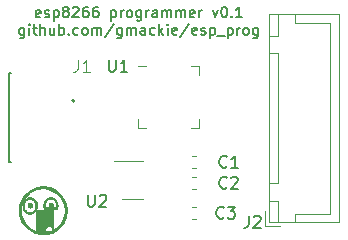
<source format=gbr>
%TF.GenerationSoftware,KiCad,Pcbnew,(5.1.9)-1*%
%TF.CreationDate,2021-04-24T14:26:43-04:00*%
%TF.ProjectId,esp_prog,6573705f-7072-46f6-972e-6b696361645f,rev?*%
%TF.SameCoordinates,Original*%
%TF.FileFunction,Legend,Top*%
%TF.FilePolarity,Positive*%
%FSLAX46Y46*%
G04 Gerber Fmt 4.6, Leading zero omitted, Abs format (unit mm)*
G04 Created by KiCad (PCBNEW (5.1.9)-1) date 2021-04-24 14:26:43*
%MOMM*%
%LPD*%
G01*
G04 APERTURE LIST*
%ADD10C,0.150000*%
%ADD11C,0.010000*%
%ADD12C,0.120000*%
%ADD13C,0.127000*%
%ADD14C,0.200000*%
%ADD15C,0.015000*%
G04 APERTURE END LIST*
D10*
X122703166Y-79628083D02*
X122618500Y-79670416D01*
X122449166Y-79670416D01*
X122364500Y-79628083D01*
X122322166Y-79543416D01*
X122322166Y-79204750D01*
X122364500Y-79120083D01*
X122449166Y-79077750D01*
X122618500Y-79077750D01*
X122703166Y-79120083D01*
X122745500Y-79204750D01*
X122745500Y-79289416D01*
X122322166Y-79374083D01*
X123084166Y-79628083D02*
X123168833Y-79670416D01*
X123338166Y-79670416D01*
X123422833Y-79628083D01*
X123465166Y-79543416D01*
X123465166Y-79501083D01*
X123422833Y-79416416D01*
X123338166Y-79374083D01*
X123211166Y-79374083D01*
X123126500Y-79331750D01*
X123084166Y-79247083D01*
X123084166Y-79204750D01*
X123126500Y-79120083D01*
X123211166Y-79077750D01*
X123338166Y-79077750D01*
X123422833Y-79120083D01*
X123846166Y-79077750D02*
X123846166Y-79966750D01*
X123846166Y-79120083D02*
X123930833Y-79077750D01*
X124100166Y-79077750D01*
X124184833Y-79120083D01*
X124227166Y-79162416D01*
X124269500Y-79247083D01*
X124269500Y-79501083D01*
X124227166Y-79585750D01*
X124184833Y-79628083D01*
X124100166Y-79670416D01*
X123930833Y-79670416D01*
X123846166Y-79628083D01*
X124777500Y-79162416D02*
X124692833Y-79120083D01*
X124650500Y-79077750D01*
X124608166Y-78993083D01*
X124608166Y-78950750D01*
X124650500Y-78866083D01*
X124692833Y-78823750D01*
X124777500Y-78781416D01*
X124946833Y-78781416D01*
X125031500Y-78823750D01*
X125073833Y-78866083D01*
X125116166Y-78950750D01*
X125116166Y-78993083D01*
X125073833Y-79077750D01*
X125031500Y-79120083D01*
X124946833Y-79162416D01*
X124777500Y-79162416D01*
X124692833Y-79204750D01*
X124650500Y-79247083D01*
X124608166Y-79331750D01*
X124608166Y-79501083D01*
X124650500Y-79585750D01*
X124692833Y-79628083D01*
X124777500Y-79670416D01*
X124946833Y-79670416D01*
X125031500Y-79628083D01*
X125073833Y-79585750D01*
X125116166Y-79501083D01*
X125116166Y-79331750D01*
X125073833Y-79247083D01*
X125031500Y-79204750D01*
X124946833Y-79162416D01*
X125454833Y-78866083D02*
X125497166Y-78823750D01*
X125581833Y-78781416D01*
X125793500Y-78781416D01*
X125878166Y-78823750D01*
X125920500Y-78866083D01*
X125962833Y-78950750D01*
X125962833Y-79035416D01*
X125920500Y-79162416D01*
X125412500Y-79670416D01*
X125962833Y-79670416D01*
X126724833Y-78781416D02*
X126555500Y-78781416D01*
X126470833Y-78823750D01*
X126428500Y-78866083D01*
X126343833Y-78993083D01*
X126301500Y-79162416D01*
X126301500Y-79501083D01*
X126343833Y-79585750D01*
X126386166Y-79628083D01*
X126470833Y-79670416D01*
X126640166Y-79670416D01*
X126724833Y-79628083D01*
X126767166Y-79585750D01*
X126809500Y-79501083D01*
X126809500Y-79289416D01*
X126767166Y-79204750D01*
X126724833Y-79162416D01*
X126640166Y-79120083D01*
X126470833Y-79120083D01*
X126386166Y-79162416D01*
X126343833Y-79204750D01*
X126301500Y-79289416D01*
X127571500Y-78781416D02*
X127402166Y-78781416D01*
X127317500Y-78823750D01*
X127275166Y-78866083D01*
X127190500Y-78993083D01*
X127148166Y-79162416D01*
X127148166Y-79501083D01*
X127190500Y-79585750D01*
X127232833Y-79628083D01*
X127317500Y-79670416D01*
X127486833Y-79670416D01*
X127571500Y-79628083D01*
X127613833Y-79585750D01*
X127656166Y-79501083D01*
X127656166Y-79289416D01*
X127613833Y-79204750D01*
X127571500Y-79162416D01*
X127486833Y-79120083D01*
X127317500Y-79120083D01*
X127232833Y-79162416D01*
X127190500Y-79204750D01*
X127148166Y-79289416D01*
X128714500Y-79077750D02*
X128714500Y-79966750D01*
X128714500Y-79120083D02*
X128799166Y-79077750D01*
X128968500Y-79077750D01*
X129053166Y-79120083D01*
X129095500Y-79162416D01*
X129137833Y-79247083D01*
X129137833Y-79501083D01*
X129095500Y-79585750D01*
X129053166Y-79628083D01*
X128968500Y-79670416D01*
X128799166Y-79670416D01*
X128714500Y-79628083D01*
X129518833Y-79670416D02*
X129518833Y-79077750D01*
X129518833Y-79247083D02*
X129561166Y-79162416D01*
X129603500Y-79120083D01*
X129688166Y-79077750D01*
X129772833Y-79077750D01*
X130196166Y-79670416D02*
X130111500Y-79628083D01*
X130069166Y-79585750D01*
X130026833Y-79501083D01*
X130026833Y-79247083D01*
X130069166Y-79162416D01*
X130111500Y-79120083D01*
X130196166Y-79077750D01*
X130323166Y-79077750D01*
X130407833Y-79120083D01*
X130450166Y-79162416D01*
X130492500Y-79247083D01*
X130492500Y-79501083D01*
X130450166Y-79585750D01*
X130407833Y-79628083D01*
X130323166Y-79670416D01*
X130196166Y-79670416D01*
X131254500Y-79077750D02*
X131254500Y-79797416D01*
X131212166Y-79882083D01*
X131169833Y-79924416D01*
X131085166Y-79966750D01*
X130958166Y-79966750D01*
X130873500Y-79924416D01*
X131254500Y-79628083D02*
X131169833Y-79670416D01*
X131000500Y-79670416D01*
X130915833Y-79628083D01*
X130873500Y-79585750D01*
X130831166Y-79501083D01*
X130831166Y-79247083D01*
X130873500Y-79162416D01*
X130915833Y-79120083D01*
X131000500Y-79077750D01*
X131169833Y-79077750D01*
X131254500Y-79120083D01*
X131677833Y-79670416D02*
X131677833Y-79077750D01*
X131677833Y-79247083D02*
X131720166Y-79162416D01*
X131762500Y-79120083D01*
X131847166Y-79077750D01*
X131931833Y-79077750D01*
X132609166Y-79670416D02*
X132609166Y-79204750D01*
X132566833Y-79120083D01*
X132482166Y-79077750D01*
X132312833Y-79077750D01*
X132228166Y-79120083D01*
X132609166Y-79628083D02*
X132524500Y-79670416D01*
X132312833Y-79670416D01*
X132228166Y-79628083D01*
X132185833Y-79543416D01*
X132185833Y-79458750D01*
X132228166Y-79374083D01*
X132312833Y-79331750D01*
X132524500Y-79331750D01*
X132609166Y-79289416D01*
X133032500Y-79670416D02*
X133032500Y-79077750D01*
X133032500Y-79162416D02*
X133074833Y-79120083D01*
X133159500Y-79077750D01*
X133286500Y-79077750D01*
X133371166Y-79120083D01*
X133413500Y-79204750D01*
X133413500Y-79670416D01*
X133413500Y-79204750D02*
X133455833Y-79120083D01*
X133540500Y-79077750D01*
X133667500Y-79077750D01*
X133752166Y-79120083D01*
X133794500Y-79204750D01*
X133794500Y-79670416D01*
X134217833Y-79670416D02*
X134217833Y-79077750D01*
X134217833Y-79162416D02*
X134260166Y-79120083D01*
X134344833Y-79077750D01*
X134471833Y-79077750D01*
X134556500Y-79120083D01*
X134598833Y-79204750D01*
X134598833Y-79670416D01*
X134598833Y-79204750D02*
X134641166Y-79120083D01*
X134725833Y-79077750D01*
X134852833Y-79077750D01*
X134937500Y-79120083D01*
X134979833Y-79204750D01*
X134979833Y-79670416D01*
X135741833Y-79628083D02*
X135657166Y-79670416D01*
X135487833Y-79670416D01*
X135403166Y-79628083D01*
X135360833Y-79543416D01*
X135360833Y-79204750D01*
X135403166Y-79120083D01*
X135487833Y-79077750D01*
X135657166Y-79077750D01*
X135741833Y-79120083D01*
X135784166Y-79204750D01*
X135784166Y-79289416D01*
X135360833Y-79374083D01*
X136165166Y-79670416D02*
X136165166Y-79077750D01*
X136165166Y-79247083D02*
X136207500Y-79162416D01*
X136249833Y-79120083D01*
X136334500Y-79077750D01*
X136419166Y-79077750D01*
X137308166Y-79077750D02*
X137519833Y-79670416D01*
X137731500Y-79077750D01*
X138239500Y-78781416D02*
X138324166Y-78781416D01*
X138408833Y-78823750D01*
X138451166Y-78866083D01*
X138493500Y-78950750D01*
X138535833Y-79120083D01*
X138535833Y-79331750D01*
X138493500Y-79501083D01*
X138451166Y-79585750D01*
X138408833Y-79628083D01*
X138324166Y-79670416D01*
X138239500Y-79670416D01*
X138154833Y-79628083D01*
X138112500Y-79585750D01*
X138070166Y-79501083D01*
X138027833Y-79331750D01*
X138027833Y-79120083D01*
X138070166Y-78950750D01*
X138112500Y-78866083D01*
X138154833Y-78823750D01*
X138239500Y-78781416D01*
X138916833Y-79585750D02*
X138959166Y-79628083D01*
X138916833Y-79670416D01*
X138874500Y-79628083D01*
X138916833Y-79585750D01*
X138916833Y-79670416D01*
X139805833Y-79670416D02*
X139297833Y-79670416D01*
X139551833Y-79670416D02*
X139551833Y-78781416D01*
X139467166Y-78908416D01*
X139382500Y-78993083D01*
X139297833Y-79035416D01*
X121369666Y-80561250D02*
X121369666Y-81280916D01*
X121327333Y-81365583D01*
X121285000Y-81407916D01*
X121200333Y-81450250D01*
X121073333Y-81450250D01*
X120988666Y-81407916D01*
X121369666Y-81111583D02*
X121285000Y-81153916D01*
X121115666Y-81153916D01*
X121031000Y-81111583D01*
X120988666Y-81069250D01*
X120946333Y-80984583D01*
X120946333Y-80730583D01*
X120988666Y-80645916D01*
X121031000Y-80603583D01*
X121115666Y-80561250D01*
X121285000Y-80561250D01*
X121369666Y-80603583D01*
X121793000Y-81153916D02*
X121793000Y-80561250D01*
X121793000Y-80264916D02*
X121750666Y-80307250D01*
X121793000Y-80349583D01*
X121835333Y-80307250D01*
X121793000Y-80264916D01*
X121793000Y-80349583D01*
X122089333Y-80561250D02*
X122428000Y-80561250D01*
X122216333Y-80264916D02*
X122216333Y-81026916D01*
X122258666Y-81111583D01*
X122343333Y-81153916D01*
X122428000Y-81153916D01*
X122724333Y-81153916D02*
X122724333Y-80264916D01*
X123105333Y-81153916D02*
X123105333Y-80688250D01*
X123063000Y-80603583D01*
X122978333Y-80561250D01*
X122851333Y-80561250D01*
X122766666Y-80603583D01*
X122724333Y-80645916D01*
X123909666Y-80561250D02*
X123909666Y-81153916D01*
X123528666Y-80561250D02*
X123528666Y-81026916D01*
X123571000Y-81111583D01*
X123655666Y-81153916D01*
X123782666Y-81153916D01*
X123867333Y-81111583D01*
X123909666Y-81069250D01*
X124333000Y-81153916D02*
X124333000Y-80264916D01*
X124333000Y-80603583D02*
X124417666Y-80561250D01*
X124587000Y-80561250D01*
X124671666Y-80603583D01*
X124714000Y-80645916D01*
X124756333Y-80730583D01*
X124756333Y-80984583D01*
X124714000Y-81069250D01*
X124671666Y-81111583D01*
X124587000Y-81153916D01*
X124417666Y-81153916D01*
X124333000Y-81111583D01*
X125137333Y-81069250D02*
X125179666Y-81111583D01*
X125137333Y-81153916D01*
X125095000Y-81111583D01*
X125137333Y-81069250D01*
X125137333Y-81153916D01*
X125941666Y-81111583D02*
X125857000Y-81153916D01*
X125687666Y-81153916D01*
X125603000Y-81111583D01*
X125560666Y-81069250D01*
X125518333Y-80984583D01*
X125518333Y-80730583D01*
X125560666Y-80645916D01*
X125603000Y-80603583D01*
X125687666Y-80561250D01*
X125857000Y-80561250D01*
X125941666Y-80603583D01*
X126449666Y-81153916D02*
X126365000Y-81111583D01*
X126322666Y-81069250D01*
X126280333Y-80984583D01*
X126280333Y-80730583D01*
X126322666Y-80645916D01*
X126365000Y-80603583D01*
X126449666Y-80561250D01*
X126576666Y-80561250D01*
X126661333Y-80603583D01*
X126703666Y-80645916D01*
X126746000Y-80730583D01*
X126746000Y-80984583D01*
X126703666Y-81069250D01*
X126661333Y-81111583D01*
X126576666Y-81153916D01*
X126449666Y-81153916D01*
X127127000Y-81153916D02*
X127127000Y-80561250D01*
X127127000Y-80645916D02*
X127169333Y-80603583D01*
X127254000Y-80561250D01*
X127381000Y-80561250D01*
X127465666Y-80603583D01*
X127508000Y-80688250D01*
X127508000Y-81153916D01*
X127508000Y-80688250D02*
X127550333Y-80603583D01*
X127635000Y-80561250D01*
X127762000Y-80561250D01*
X127846666Y-80603583D01*
X127889000Y-80688250D01*
X127889000Y-81153916D01*
X128947333Y-80222583D02*
X128185333Y-81365583D01*
X129624666Y-80561250D02*
X129624666Y-81280916D01*
X129582333Y-81365583D01*
X129540000Y-81407916D01*
X129455333Y-81450250D01*
X129328333Y-81450250D01*
X129243666Y-81407916D01*
X129624666Y-81111583D02*
X129540000Y-81153916D01*
X129370666Y-81153916D01*
X129286000Y-81111583D01*
X129243666Y-81069250D01*
X129201333Y-80984583D01*
X129201333Y-80730583D01*
X129243666Y-80645916D01*
X129286000Y-80603583D01*
X129370666Y-80561250D01*
X129540000Y-80561250D01*
X129624666Y-80603583D01*
X130048000Y-81153916D02*
X130048000Y-80561250D01*
X130048000Y-80645916D02*
X130090333Y-80603583D01*
X130175000Y-80561250D01*
X130302000Y-80561250D01*
X130386666Y-80603583D01*
X130429000Y-80688250D01*
X130429000Y-81153916D01*
X130429000Y-80688250D02*
X130471333Y-80603583D01*
X130556000Y-80561250D01*
X130683000Y-80561250D01*
X130767666Y-80603583D01*
X130810000Y-80688250D01*
X130810000Y-81153916D01*
X131614333Y-81153916D02*
X131614333Y-80688250D01*
X131572000Y-80603583D01*
X131487333Y-80561250D01*
X131318000Y-80561250D01*
X131233333Y-80603583D01*
X131614333Y-81111583D02*
X131529666Y-81153916D01*
X131318000Y-81153916D01*
X131233333Y-81111583D01*
X131191000Y-81026916D01*
X131191000Y-80942250D01*
X131233333Y-80857583D01*
X131318000Y-80815250D01*
X131529666Y-80815250D01*
X131614333Y-80772916D01*
X132418666Y-81111583D02*
X132334000Y-81153916D01*
X132164666Y-81153916D01*
X132080000Y-81111583D01*
X132037666Y-81069250D01*
X131995333Y-80984583D01*
X131995333Y-80730583D01*
X132037666Y-80645916D01*
X132080000Y-80603583D01*
X132164666Y-80561250D01*
X132334000Y-80561250D01*
X132418666Y-80603583D01*
X132799666Y-81153916D02*
X132799666Y-80264916D01*
X132884333Y-80815250D02*
X133138333Y-81153916D01*
X133138333Y-80561250D02*
X132799666Y-80899916D01*
X133519333Y-81153916D02*
X133519333Y-80561250D01*
X133519333Y-80264916D02*
X133477000Y-80307250D01*
X133519333Y-80349583D01*
X133561666Y-80307250D01*
X133519333Y-80264916D01*
X133519333Y-80349583D01*
X134281333Y-81111583D02*
X134196666Y-81153916D01*
X134027333Y-81153916D01*
X133942666Y-81111583D01*
X133900333Y-81026916D01*
X133900333Y-80688250D01*
X133942666Y-80603583D01*
X134027333Y-80561250D01*
X134196666Y-80561250D01*
X134281333Y-80603583D01*
X134323666Y-80688250D01*
X134323666Y-80772916D01*
X133900333Y-80857583D01*
X135339666Y-80222583D02*
X134577666Y-81365583D01*
X135974666Y-81111583D02*
X135890000Y-81153916D01*
X135720666Y-81153916D01*
X135636000Y-81111583D01*
X135593666Y-81026916D01*
X135593666Y-80688250D01*
X135636000Y-80603583D01*
X135720666Y-80561250D01*
X135890000Y-80561250D01*
X135974666Y-80603583D01*
X136017000Y-80688250D01*
X136017000Y-80772916D01*
X135593666Y-80857583D01*
X136355666Y-81111583D02*
X136440333Y-81153916D01*
X136609666Y-81153916D01*
X136694333Y-81111583D01*
X136736666Y-81026916D01*
X136736666Y-80984583D01*
X136694333Y-80899916D01*
X136609666Y-80857583D01*
X136482666Y-80857583D01*
X136398000Y-80815250D01*
X136355666Y-80730583D01*
X136355666Y-80688250D01*
X136398000Y-80603583D01*
X136482666Y-80561250D01*
X136609666Y-80561250D01*
X136694333Y-80603583D01*
X137117666Y-80561250D02*
X137117666Y-81450250D01*
X137117666Y-80603583D02*
X137202333Y-80561250D01*
X137371666Y-80561250D01*
X137456333Y-80603583D01*
X137498666Y-80645916D01*
X137541000Y-80730583D01*
X137541000Y-80984583D01*
X137498666Y-81069250D01*
X137456333Y-81111583D01*
X137371666Y-81153916D01*
X137202333Y-81153916D01*
X137117666Y-81111583D01*
X137710333Y-81238583D02*
X138387666Y-81238583D01*
X138599333Y-80561250D02*
X138599333Y-81450250D01*
X138599333Y-80603583D02*
X138684000Y-80561250D01*
X138853333Y-80561250D01*
X138938000Y-80603583D01*
X138980333Y-80645916D01*
X139022666Y-80730583D01*
X139022666Y-80984583D01*
X138980333Y-81069250D01*
X138938000Y-81111583D01*
X138853333Y-81153916D01*
X138684000Y-81153916D01*
X138599333Y-81111583D01*
X139403666Y-81153916D02*
X139403666Y-80561250D01*
X139403666Y-80730583D02*
X139446000Y-80645916D01*
X139488333Y-80603583D01*
X139573000Y-80561250D01*
X139657666Y-80561250D01*
X140081000Y-81153916D02*
X139996333Y-81111583D01*
X139954000Y-81069250D01*
X139911666Y-80984583D01*
X139911666Y-80730583D01*
X139954000Y-80645916D01*
X139996333Y-80603583D01*
X140081000Y-80561250D01*
X140208000Y-80561250D01*
X140292666Y-80603583D01*
X140335000Y-80645916D01*
X140377333Y-80730583D01*
X140377333Y-80984583D01*
X140335000Y-81069250D01*
X140292666Y-81111583D01*
X140208000Y-81153916D01*
X140081000Y-81153916D01*
X141139333Y-80561250D02*
X141139333Y-81280916D01*
X141097000Y-81365583D01*
X141054666Y-81407916D01*
X140970000Y-81450250D01*
X140843000Y-81450250D01*
X140758333Y-81407916D01*
X141139333Y-81111583D02*
X141054666Y-81153916D01*
X140885333Y-81153916D01*
X140800666Y-81111583D01*
X140758333Y-81069250D01*
X140716000Y-80984583D01*
X140716000Y-80730583D01*
X140758333Y-80645916D01*
X140800666Y-80603583D01*
X140885333Y-80561250D01*
X141054666Y-80561250D01*
X141139333Y-80603583D01*
D11*
%TO.C,G\u002A\u002A\u002A*%
G36*
X123140173Y-94000232D02*
G01*
X123333980Y-94028877D01*
X123522622Y-94075918D01*
X123704994Y-94140741D01*
X123879988Y-94222733D01*
X124046499Y-94321280D01*
X124203420Y-94435768D01*
X124349643Y-94565584D01*
X124484063Y-94710115D01*
X124605572Y-94868746D01*
X124713064Y-95040865D01*
X124753168Y-95115856D01*
X124829328Y-95286726D01*
X124889249Y-95467333D01*
X124932281Y-95654387D01*
X124957777Y-95844596D01*
X124965088Y-96034667D01*
X124959292Y-96162774D01*
X124940829Y-96328494D01*
X124912692Y-96480738D01*
X124873527Y-96624570D01*
X124821984Y-96765051D01*
X124764861Y-96890840D01*
X124697222Y-97019237D01*
X124625954Y-97135357D01*
X124546971Y-97245061D01*
X124456183Y-97354213D01*
X124395013Y-97421164D01*
X124314576Y-97500233D01*
X124222141Y-97580280D01*
X124123100Y-97657193D01*
X124022844Y-97726857D01*
X123926766Y-97785162D01*
X123896606Y-97801358D01*
X123861359Y-97820696D01*
X123841050Y-97835528D01*
X123831913Y-97849293D01*
X123830117Y-97862085D01*
X123825240Y-97888934D01*
X123809007Y-97906996D01*
X123778882Y-97917568D01*
X123732325Y-97921950D01*
X123712439Y-97922259D01*
X123656333Y-97925084D01*
X123601688Y-97934384D01*
X123538949Y-97951794D01*
X123537725Y-97952180D01*
X123378980Y-97994591D01*
X123215422Y-98022555D01*
X123102013Y-98033683D01*
X123034052Y-98038285D01*
X122978917Y-98041049D01*
X122930059Y-98041967D01*
X122880930Y-98041031D01*
X122824981Y-98038235D01*
X122755665Y-98033571D01*
X122751848Y-98033297D01*
X122586026Y-98013615D01*
X122423806Y-97978243D01*
X122262722Y-97926359D01*
X122100304Y-97857141D01*
X121997008Y-97802842D01*
X123068227Y-97802842D01*
X123077947Y-97804653D01*
X123105573Y-97806149D01*
X123148692Y-97807291D01*
X123204893Y-97808041D01*
X123271763Y-97808362D01*
X123346890Y-97808215D01*
X123390660Y-97807922D01*
X123713240Y-97805240D01*
X123716015Y-97624671D01*
X123716401Y-97564404D01*
X123715724Y-97510746D01*
X123714108Y-97467289D01*
X123711676Y-97437624D01*
X123709175Y-97426138D01*
X123695696Y-97412889D01*
X123669263Y-97394916D01*
X123635401Y-97375942D01*
X123632758Y-97374604D01*
X123553453Y-97343793D01*
X123477962Y-97332905D01*
X123406398Y-97341882D01*
X123338870Y-97370668D01*
X123275489Y-97419205D01*
X123216366Y-97487437D01*
X123161611Y-97575306D01*
X123133563Y-97631628D01*
X123113231Y-97677466D01*
X123094771Y-97722377D01*
X123079967Y-97761684D01*
X123070604Y-97790708D01*
X123068227Y-97802842D01*
X121997008Y-97802842D01*
X121934086Y-97769767D01*
X121898239Y-97748900D01*
X121735293Y-97640843D01*
X121583469Y-97516591D01*
X121443976Y-97377684D01*
X121318020Y-97225662D01*
X121206811Y-97062069D01*
X121111556Y-96888443D01*
X121033463Y-96706327D01*
X120997012Y-96599055D01*
X120965651Y-96478102D01*
X120941219Y-96344157D01*
X120924292Y-96203443D01*
X120915448Y-96062183D01*
X120915381Y-96012000D01*
X121092298Y-96012000D01*
X121092399Y-96092061D01*
X121093126Y-96155723D01*
X121094736Y-96206903D01*
X121097484Y-96249520D01*
X121101628Y-96287489D01*
X121107422Y-96324730D01*
X121115124Y-96365160D01*
X121115524Y-96367136D01*
X121164559Y-96559972D01*
X121231414Y-96743340D01*
X121315585Y-96916557D01*
X121416569Y-97078940D01*
X121533861Y-97229806D01*
X121666959Y-97368471D01*
X121815359Y-97494255D01*
X121978558Y-97606472D01*
X122067231Y-97658207D01*
X122100830Y-97675613D01*
X122142647Y-97695678D01*
X122188315Y-97716501D01*
X122233464Y-97736180D01*
X122273726Y-97752816D01*
X122304734Y-97764506D01*
X122322118Y-97769349D01*
X122322681Y-97769382D01*
X122328525Y-97760426D01*
X122332652Y-97732788D01*
X122335135Y-97685834D01*
X122335776Y-97655380D01*
X122336331Y-97625731D01*
X122337415Y-97577773D01*
X122338975Y-97513506D01*
X122340960Y-97434932D01*
X122342950Y-97358200D01*
X123311920Y-97358200D01*
X123317000Y-97363280D01*
X123322080Y-97358200D01*
X123317000Y-97353120D01*
X123311920Y-97358200D01*
X122342950Y-97358200D01*
X122343317Y-97344053D01*
X122345994Y-97242870D01*
X122348939Y-97133385D01*
X122352100Y-97017599D01*
X122355424Y-96897515D01*
X122357174Y-96834960D01*
X122360498Y-96716146D01*
X122363650Y-96602656D01*
X122366583Y-96496225D01*
X122369251Y-96398588D01*
X122371606Y-96311481D01*
X122373603Y-96236640D01*
X122375194Y-96175798D01*
X122376333Y-96130692D01*
X122376973Y-96103057D01*
X122377099Y-96095358D01*
X122386973Y-96057005D01*
X122402346Y-96036729D01*
X122427493Y-96011582D01*
X123114369Y-96014331D01*
X123249259Y-96014886D01*
X123365285Y-96015426D01*
X123463904Y-96015996D01*
X123546571Y-96016642D01*
X123614743Y-96017413D01*
X123669875Y-96018353D01*
X123713423Y-96019511D01*
X123746845Y-96020932D01*
X123771595Y-96022664D01*
X123789130Y-96024752D01*
X123800906Y-96027244D01*
X123808379Y-96030186D01*
X123813005Y-96033625D01*
X123815662Y-96036801D01*
X123818368Y-96043045D01*
X123820725Y-96054725D01*
X123822755Y-96073123D01*
X123824481Y-96099517D01*
X123825925Y-96135190D01*
X123827110Y-96181421D01*
X123828059Y-96239491D01*
X123828795Y-96310680D01*
X123829340Y-96396269D01*
X123829718Y-96497539D01*
X123829951Y-96615770D01*
X123830062Y-96752242D01*
X123830080Y-96847061D01*
X123830126Y-96995284D01*
X123830279Y-97124419D01*
X123830561Y-97235696D01*
X123830993Y-97330346D01*
X123831597Y-97409602D01*
X123832396Y-97474694D01*
X123833409Y-97526854D01*
X123834660Y-97567313D01*
X123836170Y-97597301D01*
X123837960Y-97618051D01*
X123840053Y-97630793D01*
X123842469Y-97636759D01*
X123844016Y-97637600D01*
X123864773Y-97631167D01*
X123897984Y-97613200D01*
X123940940Y-97585692D01*
X123990933Y-97550638D01*
X124045256Y-97510032D01*
X124101200Y-97465868D01*
X124156058Y-97420140D01*
X124207121Y-97374843D01*
X124230040Y-97353310D01*
X124363142Y-97211629D01*
X124479396Y-97058660D01*
X124578600Y-96894769D01*
X124660552Y-96720324D01*
X124725048Y-96535692D01*
X124762326Y-96388512D01*
X124771095Y-96346263D01*
X124777767Y-96309488D01*
X124782624Y-96274323D01*
X124785952Y-96236907D01*
X124788035Y-96193376D01*
X124789156Y-96139869D01*
X124789600Y-96072521D01*
X124789661Y-96017080D01*
X124789514Y-95938163D01*
X124788882Y-95875702D01*
X124787482Y-95825835D01*
X124785028Y-95784699D01*
X124781238Y-95748431D01*
X124775827Y-95713169D01*
X124768509Y-95675050D01*
X124762326Y-95645647D01*
X124711574Y-95455454D01*
X124643294Y-95274637D01*
X124558385Y-95104071D01*
X124457745Y-94944633D01*
X124342272Y-94797198D01*
X124212864Y-94662643D01*
X124070420Y-94541843D01*
X123915838Y-94435674D01*
X123750017Y-94345012D01*
X123573855Y-94270732D01*
X123388250Y-94213712D01*
X123266200Y-94186918D01*
X123196044Y-94177102D01*
X123111112Y-94170415D01*
X123016549Y-94166824D01*
X122917498Y-94166295D01*
X122819103Y-94168793D01*
X122726509Y-94174284D01*
X122644861Y-94182735D01*
X122591966Y-94191382D01*
X122399369Y-94240089D01*
X122216733Y-94306214D01*
X122044533Y-94389542D01*
X121883241Y-94489854D01*
X121793000Y-94557227D01*
X121644609Y-94688134D01*
X121512365Y-94831227D01*
X121396687Y-94985828D01*
X121297995Y-95151257D01*
X121216711Y-95326835D01*
X121153255Y-95511883D01*
X121120158Y-95644383D01*
X121111219Y-95687630D01*
X121104439Y-95725262D01*
X121099518Y-95761249D01*
X121096154Y-95799563D01*
X121094047Y-95844176D01*
X121092895Y-95899057D01*
X121092399Y-95968180D01*
X121092298Y-96012000D01*
X120915381Y-96012000D01*
X120915266Y-95926600D01*
X120923634Y-95808800D01*
X120955676Y-95610809D01*
X121005333Y-95418632D01*
X121071848Y-95233974D01*
X121154463Y-95058540D01*
X121252419Y-94894035D01*
X121364959Y-94742164D01*
X121431720Y-94665800D01*
X121582920Y-94516406D01*
X121742421Y-94385466D01*
X121910065Y-94273060D01*
X122085696Y-94179268D01*
X122269154Y-94104170D01*
X122460282Y-94047846D01*
X122658923Y-94010377D01*
X122741496Y-94000582D01*
X122942310Y-93990596D01*
X123140173Y-94000232D01*
G37*
X123140173Y-94000232D02*
X123333980Y-94028877D01*
X123522622Y-94075918D01*
X123704994Y-94140741D01*
X123879988Y-94222733D01*
X124046499Y-94321280D01*
X124203420Y-94435768D01*
X124349643Y-94565584D01*
X124484063Y-94710115D01*
X124605572Y-94868746D01*
X124713064Y-95040865D01*
X124753168Y-95115856D01*
X124829328Y-95286726D01*
X124889249Y-95467333D01*
X124932281Y-95654387D01*
X124957777Y-95844596D01*
X124965088Y-96034667D01*
X124959292Y-96162774D01*
X124940829Y-96328494D01*
X124912692Y-96480738D01*
X124873527Y-96624570D01*
X124821984Y-96765051D01*
X124764861Y-96890840D01*
X124697222Y-97019237D01*
X124625954Y-97135357D01*
X124546971Y-97245061D01*
X124456183Y-97354213D01*
X124395013Y-97421164D01*
X124314576Y-97500233D01*
X124222141Y-97580280D01*
X124123100Y-97657193D01*
X124022844Y-97726857D01*
X123926766Y-97785162D01*
X123896606Y-97801358D01*
X123861359Y-97820696D01*
X123841050Y-97835528D01*
X123831913Y-97849293D01*
X123830117Y-97862085D01*
X123825240Y-97888934D01*
X123809007Y-97906996D01*
X123778882Y-97917568D01*
X123732325Y-97921950D01*
X123712439Y-97922259D01*
X123656333Y-97925084D01*
X123601688Y-97934384D01*
X123538949Y-97951794D01*
X123537725Y-97952180D01*
X123378980Y-97994591D01*
X123215422Y-98022555D01*
X123102013Y-98033683D01*
X123034052Y-98038285D01*
X122978917Y-98041049D01*
X122930059Y-98041967D01*
X122880930Y-98041031D01*
X122824981Y-98038235D01*
X122755665Y-98033571D01*
X122751848Y-98033297D01*
X122586026Y-98013615D01*
X122423806Y-97978243D01*
X122262722Y-97926359D01*
X122100304Y-97857141D01*
X121997008Y-97802842D01*
X123068227Y-97802842D01*
X123077947Y-97804653D01*
X123105573Y-97806149D01*
X123148692Y-97807291D01*
X123204893Y-97808041D01*
X123271763Y-97808362D01*
X123346890Y-97808215D01*
X123390660Y-97807922D01*
X123713240Y-97805240D01*
X123716015Y-97624671D01*
X123716401Y-97564404D01*
X123715724Y-97510746D01*
X123714108Y-97467289D01*
X123711676Y-97437624D01*
X123709175Y-97426138D01*
X123695696Y-97412889D01*
X123669263Y-97394916D01*
X123635401Y-97375942D01*
X123632758Y-97374604D01*
X123553453Y-97343793D01*
X123477962Y-97332905D01*
X123406398Y-97341882D01*
X123338870Y-97370668D01*
X123275489Y-97419205D01*
X123216366Y-97487437D01*
X123161611Y-97575306D01*
X123133563Y-97631628D01*
X123113231Y-97677466D01*
X123094771Y-97722377D01*
X123079967Y-97761684D01*
X123070604Y-97790708D01*
X123068227Y-97802842D01*
X121997008Y-97802842D01*
X121934086Y-97769767D01*
X121898239Y-97748900D01*
X121735293Y-97640843D01*
X121583469Y-97516591D01*
X121443976Y-97377684D01*
X121318020Y-97225662D01*
X121206811Y-97062069D01*
X121111556Y-96888443D01*
X121033463Y-96706327D01*
X120997012Y-96599055D01*
X120965651Y-96478102D01*
X120941219Y-96344157D01*
X120924292Y-96203443D01*
X120915448Y-96062183D01*
X120915381Y-96012000D01*
X121092298Y-96012000D01*
X121092399Y-96092061D01*
X121093126Y-96155723D01*
X121094736Y-96206903D01*
X121097484Y-96249520D01*
X121101628Y-96287489D01*
X121107422Y-96324730D01*
X121115124Y-96365160D01*
X121115524Y-96367136D01*
X121164559Y-96559972D01*
X121231414Y-96743340D01*
X121315585Y-96916557D01*
X121416569Y-97078940D01*
X121533861Y-97229806D01*
X121666959Y-97368471D01*
X121815359Y-97494255D01*
X121978558Y-97606472D01*
X122067231Y-97658207D01*
X122100830Y-97675613D01*
X122142647Y-97695678D01*
X122188315Y-97716501D01*
X122233464Y-97736180D01*
X122273726Y-97752816D01*
X122304734Y-97764506D01*
X122322118Y-97769349D01*
X122322681Y-97769382D01*
X122328525Y-97760426D01*
X122332652Y-97732788D01*
X122335135Y-97685834D01*
X122335776Y-97655380D01*
X122336331Y-97625731D01*
X122337415Y-97577773D01*
X122338975Y-97513506D01*
X122340960Y-97434932D01*
X122342950Y-97358200D01*
X123311920Y-97358200D01*
X123317000Y-97363280D01*
X123322080Y-97358200D01*
X123317000Y-97353120D01*
X123311920Y-97358200D01*
X122342950Y-97358200D01*
X122343317Y-97344053D01*
X122345994Y-97242870D01*
X122348939Y-97133385D01*
X122352100Y-97017599D01*
X122355424Y-96897515D01*
X122357174Y-96834960D01*
X122360498Y-96716146D01*
X122363650Y-96602656D01*
X122366583Y-96496225D01*
X122369251Y-96398588D01*
X122371606Y-96311481D01*
X122373603Y-96236640D01*
X122375194Y-96175798D01*
X122376333Y-96130692D01*
X122376973Y-96103057D01*
X122377099Y-96095358D01*
X122386973Y-96057005D01*
X122402346Y-96036729D01*
X122427493Y-96011582D01*
X123114369Y-96014331D01*
X123249259Y-96014886D01*
X123365285Y-96015426D01*
X123463904Y-96015996D01*
X123546571Y-96016642D01*
X123614743Y-96017413D01*
X123669875Y-96018353D01*
X123713423Y-96019511D01*
X123746845Y-96020932D01*
X123771595Y-96022664D01*
X123789130Y-96024752D01*
X123800906Y-96027244D01*
X123808379Y-96030186D01*
X123813005Y-96033625D01*
X123815662Y-96036801D01*
X123818368Y-96043045D01*
X123820725Y-96054725D01*
X123822755Y-96073123D01*
X123824481Y-96099517D01*
X123825925Y-96135190D01*
X123827110Y-96181421D01*
X123828059Y-96239491D01*
X123828795Y-96310680D01*
X123829340Y-96396269D01*
X123829718Y-96497539D01*
X123829951Y-96615770D01*
X123830062Y-96752242D01*
X123830080Y-96847061D01*
X123830126Y-96995284D01*
X123830279Y-97124419D01*
X123830561Y-97235696D01*
X123830993Y-97330346D01*
X123831597Y-97409602D01*
X123832396Y-97474694D01*
X123833409Y-97526854D01*
X123834660Y-97567313D01*
X123836170Y-97597301D01*
X123837960Y-97618051D01*
X123840053Y-97630793D01*
X123842469Y-97636759D01*
X123844016Y-97637600D01*
X123864773Y-97631167D01*
X123897984Y-97613200D01*
X123940940Y-97585692D01*
X123990933Y-97550638D01*
X124045256Y-97510032D01*
X124101200Y-97465868D01*
X124156058Y-97420140D01*
X124207121Y-97374843D01*
X124230040Y-97353310D01*
X124363142Y-97211629D01*
X124479396Y-97058660D01*
X124578600Y-96894769D01*
X124660552Y-96720324D01*
X124725048Y-96535692D01*
X124762326Y-96388512D01*
X124771095Y-96346263D01*
X124777767Y-96309488D01*
X124782624Y-96274323D01*
X124785952Y-96236907D01*
X124788035Y-96193376D01*
X124789156Y-96139869D01*
X124789600Y-96072521D01*
X124789661Y-96017080D01*
X124789514Y-95938163D01*
X124788882Y-95875702D01*
X124787482Y-95825835D01*
X124785028Y-95784699D01*
X124781238Y-95748431D01*
X124775827Y-95713169D01*
X124768509Y-95675050D01*
X124762326Y-95645647D01*
X124711574Y-95455454D01*
X124643294Y-95274637D01*
X124558385Y-95104071D01*
X124457745Y-94944633D01*
X124342272Y-94797198D01*
X124212864Y-94662643D01*
X124070420Y-94541843D01*
X123915838Y-94435674D01*
X123750017Y-94345012D01*
X123573855Y-94270732D01*
X123388250Y-94213712D01*
X123266200Y-94186918D01*
X123196044Y-94177102D01*
X123111112Y-94170415D01*
X123016549Y-94166824D01*
X122917498Y-94166295D01*
X122819103Y-94168793D01*
X122726509Y-94174284D01*
X122644861Y-94182735D01*
X122591966Y-94191382D01*
X122399369Y-94240089D01*
X122216733Y-94306214D01*
X122044533Y-94389542D01*
X121883241Y-94489854D01*
X121793000Y-94557227D01*
X121644609Y-94688134D01*
X121512365Y-94831227D01*
X121396687Y-94985828D01*
X121297995Y-95151257D01*
X121216711Y-95326835D01*
X121153255Y-95511883D01*
X121120158Y-95644383D01*
X121111219Y-95687630D01*
X121104439Y-95725262D01*
X121099518Y-95761249D01*
X121096154Y-95799563D01*
X121094047Y-95844176D01*
X121092895Y-95899057D01*
X121092399Y-95968180D01*
X121092298Y-96012000D01*
X120915381Y-96012000D01*
X120915266Y-95926600D01*
X120923634Y-95808800D01*
X120955676Y-95610809D01*
X121005333Y-95418632D01*
X121071848Y-95233974D01*
X121154463Y-95058540D01*
X121252419Y-94894035D01*
X121364959Y-94742164D01*
X121431720Y-94665800D01*
X121582920Y-94516406D01*
X121742421Y-94385466D01*
X121910065Y-94273060D01*
X122085696Y-94179268D01*
X122269154Y-94104170D01*
X122460282Y-94047846D01*
X122658923Y-94010377D01*
X122741496Y-94000582D01*
X122942310Y-93990596D01*
X123140173Y-94000232D01*
G36*
X121946289Y-94929713D02*
G01*
X122047289Y-94958322D01*
X122140532Y-95004959D01*
X122224830Y-95068841D01*
X122298997Y-95149185D01*
X122361847Y-95245207D01*
X122377553Y-95275400D01*
X122407377Y-95341131D01*
X122427836Y-95400898D01*
X122440373Y-95461392D01*
X122446429Y-95529304D01*
X122447547Y-95600114D01*
X122443995Y-95686247D01*
X122433349Y-95761539D01*
X122413847Y-95832816D01*
X122383725Y-95906908D01*
X122351800Y-95970901D01*
X122291014Y-96067116D01*
X122218265Y-96149912D01*
X122135538Y-96217659D01*
X122044816Y-96268730D01*
X121949432Y-96301179D01*
X121895110Y-96310523D01*
X121836746Y-96314995D01*
X121782998Y-96314198D01*
X121752360Y-96310210D01*
X121667711Y-96288588D01*
X121595611Y-96260385D01*
X121528542Y-96222224D01*
X121481563Y-96188548D01*
X121414547Y-96126156D01*
X121353578Y-96048214D01*
X121301439Y-95959225D01*
X121260918Y-95863696D01*
X121242533Y-95801881D01*
X121231682Y-95739003D01*
X121226007Y-95664244D01*
X121225666Y-95611586D01*
X121351389Y-95611586D01*
X121351963Y-95674779D01*
X121354308Y-95731948D01*
X121358476Y-95777838D01*
X121362006Y-95798357D01*
X121388162Y-95875662D01*
X121429005Y-95950908D01*
X121481530Y-96020975D01*
X121542734Y-96082747D01*
X121609612Y-96133104D01*
X121679161Y-96168929D01*
X121734502Y-96184994D01*
X121789074Y-96190198D01*
X121852626Y-96189153D01*
X121916035Y-96182477D01*
X121970179Y-96170792D01*
X121977439Y-96168477D01*
X122025543Y-96147742D01*
X122077859Y-96118063D01*
X122128061Y-96083659D01*
X122169824Y-96048747D01*
X122190662Y-96026252D01*
X122245575Y-95945373D01*
X122284510Y-95862067D01*
X122308805Y-95772158D01*
X122319802Y-95671472D01*
X122320766Y-95620840D01*
X122319899Y-95564299D01*
X122317279Y-95521550D01*
X122311988Y-95486083D01*
X122303105Y-95451388D01*
X122292078Y-95417737D01*
X122273792Y-95370501D01*
X122252009Y-95322200D01*
X122231196Y-95282683D01*
X122229616Y-95280046D01*
X122183980Y-95218155D01*
X122125506Y-95158382D01*
X122060918Y-95106975D01*
X122010827Y-95076808D01*
X121979744Y-95061737D01*
X121954003Y-95052066D01*
X121927415Y-95046593D01*
X121893786Y-95044115D01*
X121846925Y-95043433D01*
X121838720Y-95043412D01*
X121771630Y-95045237D01*
X121717273Y-95052317D01*
X121668329Y-95066624D01*
X121617477Y-95090130D01*
X121574223Y-95114661D01*
X121502135Y-95169204D01*
X121441742Y-95239086D01*
X121394735Y-95321961D01*
X121365798Y-95403735D01*
X121359791Y-95438446D01*
X121355353Y-95488163D01*
X121352536Y-95547629D01*
X121351389Y-95611586D01*
X121225666Y-95611586D01*
X121225493Y-95585002D01*
X121230123Y-95508671D01*
X121239883Y-95442649D01*
X121243331Y-95427800D01*
X121276140Y-95329396D01*
X121321991Y-95235582D01*
X121378276Y-95150388D01*
X121442392Y-95077846D01*
X121500813Y-95029345D01*
X121573984Y-94982724D01*
X121641464Y-94950537D01*
X121709490Y-94930766D01*
X121784296Y-94921391D01*
X121838720Y-94919915D01*
X121946289Y-94929713D01*
G37*
X121946289Y-94929713D02*
X122047289Y-94958322D01*
X122140532Y-95004959D01*
X122224830Y-95068841D01*
X122298997Y-95149185D01*
X122361847Y-95245207D01*
X122377553Y-95275400D01*
X122407377Y-95341131D01*
X122427836Y-95400898D01*
X122440373Y-95461392D01*
X122446429Y-95529304D01*
X122447547Y-95600114D01*
X122443995Y-95686247D01*
X122433349Y-95761539D01*
X122413847Y-95832816D01*
X122383725Y-95906908D01*
X122351800Y-95970901D01*
X122291014Y-96067116D01*
X122218265Y-96149912D01*
X122135538Y-96217659D01*
X122044816Y-96268730D01*
X121949432Y-96301179D01*
X121895110Y-96310523D01*
X121836746Y-96314995D01*
X121782998Y-96314198D01*
X121752360Y-96310210D01*
X121667711Y-96288588D01*
X121595611Y-96260385D01*
X121528542Y-96222224D01*
X121481563Y-96188548D01*
X121414547Y-96126156D01*
X121353578Y-96048214D01*
X121301439Y-95959225D01*
X121260918Y-95863696D01*
X121242533Y-95801881D01*
X121231682Y-95739003D01*
X121226007Y-95664244D01*
X121225666Y-95611586D01*
X121351389Y-95611586D01*
X121351963Y-95674779D01*
X121354308Y-95731948D01*
X121358476Y-95777838D01*
X121362006Y-95798357D01*
X121388162Y-95875662D01*
X121429005Y-95950908D01*
X121481530Y-96020975D01*
X121542734Y-96082747D01*
X121609612Y-96133104D01*
X121679161Y-96168929D01*
X121734502Y-96184994D01*
X121789074Y-96190198D01*
X121852626Y-96189153D01*
X121916035Y-96182477D01*
X121970179Y-96170792D01*
X121977439Y-96168477D01*
X122025543Y-96147742D01*
X122077859Y-96118063D01*
X122128061Y-96083659D01*
X122169824Y-96048747D01*
X122190662Y-96026252D01*
X122245575Y-95945373D01*
X122284510Y-95862067D01*
X122308805Y-95772158D01*
X122319802Y-95671472D01*
X122320766Y-95620840D01*
X122319899Y-95564299D01*
X122317279Y-95521550D01*
X122311988Y-95486083D01*
X122303105Y-95451388D01*
X122292078Y-95417737D01*
X122273792Y-95370501D01*
X122252009Y-95322200D01*
X122231196Y-95282683D01*
X122229616Y-95280046D01*
X122183980Y-95218155D01*
X122125506Y-95158382D01*
X122060918Y-95106975D01*
X122010827Y-95076808D01*
X121979744Y-95061737D01*
X121954003Y-95052066D01*
X121927415Y-95046593D01*
X121893786Y-95044115D01*
X121846925Y-95043433D01*
X121838720Y-95043412D01*
X121771630Y-95045237D01*
X121717273Y-95052317D01*
X121668329Y-95066624D01*
X121617477Y-95090130D01*
X121574223Y-95114661D01*
X121502135Y-95169204D01*
X121441742Y-95239086D01*
X121394735Y-95321961D01*
X121365798Y-95403735D01*
X121359791Y-95438446D01*
X121355353Y-95488163D01*
X121352536Y-95547629D01*
X121351389Y-95611586D01*
X121225666Y-95611586D01*
X121225493Y-95585002D01*
X121230123Y-95508671D01*
X121239883Y-95442649D01*
X121243331Y-95427800D01*
X121276140Y-95329396D01*
X121321991Y-95235582D01*
X121378276Y-95150388D01*
X121442392Y-95077846D01*
X121500813Y-95029345D01*
X121573984Y-94982724D01*
X121641464Y-94950537D01*
X121709490Y-94930766D01*
X121784296Y-94921391D01*
X121838720Y-94919915D01*
X121946289Y-94929713D01*
G36*
X123668474Y-94924319D02*
G01*
X123766153Y-94951364D01*
X123859269Y-94998016D01*
X123947328Y-95064113D01*
X123983550Y-95098509D01*
X124058791Y-95188786D01*
X124116846Y-95288794D01*
X124157286Y-95396769D01*
X124179684Y-95510951D01*
X124183612Y-95629576D01*
X124168642Y-95750883D01*
X124155521Y-95806260D01*
X124132653Y-95890080D01*
X123019957Y-95890080D01*
X123003288Y-95830670D01*
X122979259Y-95713836D01*
X122972161Y-95598359D01*
X122973060Y-95587013D01*
X123090033Y-95587013D01*
X123091475Y-95656400D01*
X123093593Y-95695697D01*
X123095861Y-95725564D01*
X123100786Y-95747284D01*
X123110874Y-95762139D01*
X123128633Y-95771411D01*
X123156568Y-95776382D01*
X123197186Y-95778336D01*
X123252994Y-95778555D01*
X123326498Y-95778320D01*
X123548648Y-95778320D01*
X123508202Y-95749020D01*
X123466142Y-95707096D01*
X123439753Y-95656237D01*
X123428914Y-95600302D01*
X123433506Y-95543145D01*
X123453409Y-95488622D01*
X123488503Y-95440589D01*
X123518583Y-95415239D01*
X123543860Y-95399788D01*
X123568410Y-95391253D01*
X123599961Y-95387707D01*
X123631091Y-95387160D01*
X123672567Y-95388351D01*
X123701629Y-95393220D01*
X123726112Y-95403708D01*
X123744489Y-95415278D01*
X123789252Y-95456701D01*
X123818860Y-95507338D01*
X123833237Y-95563306D01*
X123832303Y-95620724D01*
X123815980Y-95675711D01*
X123784191Y-95724384D01*
X123751309Y-95753602D01*
X123713240Y-95780376D01*
X123875800Y-95773750D01*
X123931632Y-95770900D01*
X123980473Y-95767325D01*
X124018640Y-95763380D01*
X124042448Y-95759418D01*
X124048370Y-95757122D01*
X124053778Y-95741747D01*
X124057943Y-95710656D01*
X124060775Y-95668424D01*
X124062187Y-95619623D01*
X124062090Y-95568826D01*
X124060398Y-95520605D01*
X124057021Y-95479533D01*
X124054099Y-95459963D01*
X124039197Y-95406080D01*
X124014782Y-95343690D01*
X123984138Y-95279553D01*
X123950552Y-95220428D01*
X123917309Y-95173073D01*
X123911069Y-95165699D01*
X123852384Y-95113057D01*
X123781696Y-95075250D01*
X123698089Y-95051943D01*
X123600647Y-95042798D01*
X123576080Y-95042663D01*
X123496087Y-95048024D01*
X123427714Y-95064032D01*
X123364028Y-95093039D01*
X123299000Y-95136712D01*
X123227930Y-95203211D01*
X123170759Y-95283342D01*
X123128226Y-95375253D01*
X123101071Y-95477094D01*
X123090033Y-95587013D01*
X122973060Y-95587013D01*
X122981066Y-95486060D01*
X123005049Y-95378763D01*
X123043182Y-95278288D01*
X123094539Y-95186457D01*
X123158195Y-95105093D01*
X123233222Y-95036017D01*
X123318695Y-94981052D01*
X123413687Y-94942018D01*
X123461405Y-94929684D01*
X123566727Y-94917038D01*
X123668474Y-94924319D01*
G37*
X123668474Y-94924319D02*
X123766153Y-94951364D01*
X123859269Y-94998016D01*
X123947328Y-95064113D01*
X123983550Y-95098509D01*
X124058791Y-95188786D01*
X124116846Y-95288794D01*
X124157286Y-95396769D01*
X124179684Y-95510951D01*
X124183612Y-95629576D01*
X124168642Y-95750883D01*
X124155521Y-95806260D01*
X124132653Y-95890080D01*
X123019957Y-95890080D01*
X123003288Y-95830670D01*
X122979259Y-95713836D01*
X122972161Y-95598359D01*
X122973060Y-95587013D01*
X123090033Y-95587013D01*
X123091475Y-95656400D01*
X123093593Y-95695697D01*
X123095861Y-95725564D01*
X123100786Y-95747284D01*
X123110874Y-95762139D01*
X123128633Y-95771411D01*
X123156568Y-95776382D01*
X123197186Y-95778336D01*
X123252994Y-95778555D01*
X123326498Y-95778320D01*
X123548648Y-95778320D01*
X123508202Y-95749020D01*
X123466142Y-95707096D01*
X123439753Y-95656237D01*
X123428914Y-95600302D01*
X123433506Y-95543145D01*
X123453409Y-95488622D01*
X123488503Y-95440589D01*
X123518583Y-95415239D01*
X123543860Y-95399788D01*
X123568410Y-95391253D01*
X123599961Y-95387707D01*
X123631091Y-95387160D01*
X123672567Y-95388351D01*
X123701629Y-95393220D01*
X123726112Y-95403708D01*
X123744489Y-95415278D01*
X123789252Y-95456701D01*
X123818860Y-95507338D01*
X123833237Y-95563306D01*
X123832303Y-95620724D01*
X123815980Y-95675711D01*
X123784191Y-95724384D01*
X123751309Y-95753602D01*
X123713240Y-95780376D01*
X123875800Y-95773750D01*
X123931632Y-95770900D01*
X123980473Y-95767325D01*
X124018640Y-95763380D01*
X124042448Y-95759418D01*
X124048370Y-95757122D01*
X124053778Y-95741747D01*
X124057943Y-95710656D01*
X124060775Y-95668424D01*
X124062187Y-95619623D01*
X124062090Y-95568826D01*
X124060398Y-95520605D01*
X124057021Y-95479533D01*
X124054099Y-95459963D01*
X124039197Y-95406080D01*
X124014782Y-95343690D01*
X123984138Y-95279553D01*
X123950552Y-95220428D01*
X123917309Y-95173073D01*
X123911069Y-95165699D01*
X123852384Y-95113057D01*
X123781696Y-95075250D01*
X123698089Y-95051943D01*
X123600647Y-95042798D01*
X123576080Y-95042663D01*
X123496087Y-95048024D01*
X123427714Y-95064032D01*
X123364028Y-95093039D01*
X123299000Y-95136712D01*
X123227930Y-95203211D01*
X123170759Y-95283342D01*
X123128226Y-95375253D01*
X123101071Y-95477094D01*
X123090033Y-95587013D01*
X122973060Y-95587013D01*
X122981066Y-95486060D01*
X123005049Y-95378763D01*
X123043182Y-95278288D01*
X123094539Y-95186457D01*
X123158195Y-95105093D01*
X123233222Y-95036017D01*
X123318695Y-94981052D01*
X123413687Y-94942018D01*
X123461405Y-94929684D01*
X123566727Y-94917038D01*
X123668474Y-94924319D01*
G36*
X121929821Y-95395899D02*
G01*
X121967932Y-95415652D01*
X122013345Y-95457644D01*
X122042335Y-95506770D01*
X122055855Y-95559910D01*
X122054859Y-95613941D01*
X122040303Y-95665741D01*
X122013140Y-95712187D01*
X121974325Y-95750158D01*
X121924812Y-95776532D01*
X121865556Y-95788186D01*
X121853960Y-95788480D01*
X121791031Y-95779262D01*
X121756498Y-95764831D01*
X121708342Y-95729102D01*
X121674818Y-95682973D01*
X121655916Y-95630133D01*
X121651628Y-95574269D01*
X121661942Y-95519073D01*
X121686850Y-95468232D01*
X121726342Y-95425436D01*
X121757440Y-95404937D01*
X121812482Y-95386042D01*
X121872154Y-95383142D01*
X121929821Y-95395899D01*
G37*
X121929821Y-95395899D02*
X121967932Y-95415652D01*
X122013345Y-95457644D01*
X122042335Y-95506770D01*
X122055855Y-95559910D01*
X122054859Y-95613941D01*
X122040303Y-95665741D01*
X122013140Y-95712187D01*
X121974325Y-95750158D01*
X121924812Y-95776532D01*
X121865556Y-95788186D01*
X121853960Y-95788480D01*
X121791031Y-95779262D01*
X121756498Y-95764831D01*
X121708342Y-95729102D01*
X121674818Y-95682973D01*
X121655916Y-95630133D01*
X121651628Y-95574269D01*
X121661942Y-95519073D01*
X121686850Y-95468232D01*
X121726342Y-95425436D01*
X121757440Y-95404937D01*
X121812482Y-95386042D01*
X121872154Y-95383142D01*
X121929821Y-95395899D01*
D12*
%TO.C,J2*%
X142066000Y-97048000D02*
X148036000Y-97048000D01*
X148036000Y-97048000D02*
X148036000Y-79428000D01*
X148036000Y-79428000D02*
X142066000Y-79428000D01*
X142066000Y-79428000D02*
X142066000Y-97048000D01*
X142076000Y-93738000D02*
X142826000Y-93738000D01*
X142826000Y-93738000D02*
X142826000Y-82738000D01*
X142826000Y-82738000D02*
X142076000Y-82738000D01*
X142076000Y-82738000D02*
X142076000Y-93738000D01*
X142076000Y-97038000D02*
X142826000Y-97038000D01*
X142826000Y-97038000D02*
X142826000Y-95238000D01*
X142826000Y-95238000D02*
X142076000Y-95238000D01*
X142076000Y-95238000D02*
X142076000Y-97038000D01*
X142076000Y-81238000D02*
X142826000Y-81238000D01*
X142826000Y-81238000D02*
X142826000Y-79438000D01*
X142826000Y-79438000D02*
X142076000Y-79438000D01*
X142076000Y-79438000D02*
X142076000Y-81238000D01*
X144326000Y-97038000D02*
X144326000Y-96288000D01*
X144326000Y-96288000D02*
X147276000Y-96288000D01*
X147276000Y-96288000D02*
X147276000Y-88238000D01*
X144326000Y-79438000D02*
X144326000Y-80188000D01*
X144326000Y-80188000D02*
X147276000Y-80188000D01*
X147276000Y-80188000D02*
X147276000Y-88238000D01*
X141776000Y-96088000D02*
X141776000Y-97338000D01*
X141776000Y-97338000D02*
X143026000Y-97338000D01*
%TO.C,U1*%
X135458001Y-83827001D02*
X136183001Y-83827001D01*
X136183001Y-83827001D02*
X136183001Y-84552001D01*
X131688001Y-89047001D02*
X130963001Y-89047001D01*
X130963001Y-89047001D02*
X130963001Y-88322001D01*
X135458001Y-89047001D02*
X136183001Y-89047001D01*
X136183001Y-89047001D02*
X136183001Y-88322001D01*
X131688001Y-83827001D02*
X130963001Y-83827001D01*
%TO.C,U2*%
X129656000Y-95082000D02*
X131456000Y-95082000D01*
X131456000Y-91862000D02*
X129006000Y-91862000D01*
%TO.C,C1*%
X135590233Y-92458000D02*
X135882767Y-92458000D01*
X135590233Y-91438000D02*
X135882767Y-91438000D01*
%TO.C,C2*%
X135590233Y-93216000D02*
X135882767Y-93216000D01*
X135590233Y-94236000D02*
X135882767Y-94236000D01*
%TO.C,C3*%
X135590233Y-96776000D02*
X135882767Y-96776000D01*
X135590233Y-95756000D02*
X135882767Y-95756000D01*
D13*
%TO.C,J1*%
X120206000Y-84388000D02*
X120081000Y-84388000D01*
X120081000Y-84388000D02*
X120081000Y-91888000D01*
X120081000Y-91888000D02*
X120206000Y-91888000D01*
D14*
X125606000Y-86738000D02*
G75*
G03*
X125606000Y-86738000I-100000J0D01*
G01*
%TO.C,J2*%
D10*
X140382666Y-96480380D02*
X140382666Y-97194666D01*
X140335047Y-97337523D01*
X140239809Y-97432761D01*
X140096952Y-97480380D01*
X140001714Y-97480380D01*
X140811238Y-96575619D02*
X140858857Y-96528000D01*
X140954095Y-96480380D01*
X141192190Y-96480380D01*
X141287428Y-96528000D01*
X141335047Y-96575619D01*
X141382666Y-96670857D01*
X141382666Y-96766095D01*
X141335047Y-96908952D01*
X140763619Y-97480380D01*
X141382666Y-97480380D01*
%TO.C,U1*%
X128524095Y-83272380D02*
X128524095Y-84081904D01*
X128571714Y-84177142D01*
X128619333Y-84224761D01*
X128714571Y-84272380D01*
X128905047Y-84272380D01*
X129000285Y-84224761D01*
X129047904Y-84177142D01*
X129095523Y-84081904D01*
X129095523Y-83272380D01*
X130095523Y-84272380D02*
X129524095Y-84272380D01*
X129809809Y-84272380D02*
X129809809Y-83272380D01*
X129714571Y-83415238D01*
X129619333Y-83510476D01*
X129524095Y-83558095D01*
%TO.C,U2*%
X126746095Y-94702380D02*
X126746095Y-95511904D01*
X126793714Y-95607142D01*
X126841333Y-95654761D01*
X126936571Y-95702380D01*
X127127047Y-95702380D01*
X127222285Y-95654761D01*
X127269904Y-95607142D01*
X127317523Y-95511904D01*
X127317523Y-94702380D01*
X127746095Y-94797619D02*
X127793714Y-94750000D01*
X127888952Y-94702380D01*
X128127047Y-94702380D01*
X128222285Y-94750000D01*
X128269904Y-94797619D01*
X128317523Y-94892857D01*
X128317523Y-94988095D01*
X128269904Y-95130952D01*
X127698476Y-95702380D01*
X128317523Y-95702380D01*
%TO.C,C1*%
X138517333Y-92305142D02*
X138469714Y-92352761D01*
X138326857Y-92400380D01*
X138231619Y-92400380D01*
X138088761Y-92352761D01*
X137993523Y-92257523D01*
X137945904Y-92162285D01*
X137898285Y-91971809D01*
X137898285Y-91828952D01*
X137945904Y-91638476D01*
X137993523Y-91543238D01*
X138088761Y-91448000D01*
X138231619Y-91400380D01*
X138326857Y-91400380D01*
X138469714Y-91448000D01*
X138517333Y-91495619D01*
X139469714Y-92400380D02*
X138898285Y-92400380D01*
X139184000Y-92400380D02*
X139184000Y-91400380D01*
X139088761Y-91543238D01*
X138993523Y-91638476D01*
X138898285Y-91686095D01*
%TO.C,C2*%
X138517333Y-94083142D02*
X138469714Y-94130761D01*
X138326857Y-94178380D01*
X138231619Y-94178380D01*
X138088761Y-94130761D01*
X137993523Y-94035523D01*
X137945904Y-93940285D01*
X137898285Y-93749809D01*
X137898285Y-93606952D01*
X137945904Y-93416476D01*
X137993523Y-93321238D01*
X138088761Y-93226000D01*
X138231619Y-93178380D01*
X138326857Y-93178380D01*
X138469714Y-93226000D01*
X138517333Y-93273619D01*
X138898285Y-93273619D02*
X138945904Y-93226000D01*
X139041142Y-93178380D01*
X139279238Y-93178380D01*
X139374476Y-93226000D01*
X139422095Y-93273619D01*
X139469714Y-93368857D01*
X139469714Y-93464095D01*
X139422095Y-93606952D01*
X138850666Y-94178380D01*
X139469714Y-94178380D01*
%TO.C,C3*%
X138263333Y-96623142D02*
X138215714Y-96670761D01*
X138072857Y-96718380D01*
X137977619Y-96718380D01*
X137834761Y-96670761D01*
X137739523Y-96575523D01*
X137691904Y-96480285D01*
X137644285Y-96289809D01*
X137644285Y-96146952D01*
X137691904Y-95956476D01*
X137739523Y-95861238D01*
X137834761Y-95766000D01*
X137977619Y-95718380D01*
X138072857Y-95718380D01*
X138215714Y-95766000D01*
X138263333Y-95813619D01*
X138596666Y-95718380D02*
X139215714Y-95718380D01*
X138882380Y-96099333D01*
X139025238Y-96099333D01*
X139120476Y-96146952D01*
X139168095Y-96194571D01*
X139215714Y-96289809D01*
X139215714Y-96527904D01*
X139168095Y-96623142D01*
X139120476Y-96670761D01*
X139025238Y-96718380D01*
X138739523Y-96718380D01*
X138644285Y-96670761D01*
X138596666Y-96623142D01*
%TO.C,J1*%
D15*
X125904666Y-83272380D02*
X125904666Y-83986666D01*
X125857047Y-84129523D01*
X125761809Y-84224761D01*
X125618952Y-84272380D01*
X125523714Y-84272380D01*
X126904666Y-84272380D02*
X126333238Y-84272380D01*
X126618952Y-84272380D02*
X126618952Y-83272380D01*
X126523714Y-83415238D01*
X126428476Y-83510476D01*
X126333238Y-83558095D01*
%TD*%
M02*

</source>
